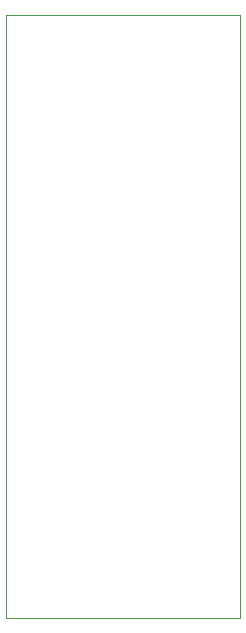
<source format=gbr>
G04 #@! TF.GenerationSoftware,KiCad,Pcbnew,(5.1.2)-1*
G04 #@! TF.CreationDate,2020-03-13T04:35:35-04:00*
G04 #@! TF.ProjectId,6502-65816,36353032-2d36-4353-9831-362e6b696361,rev?*
G04 #@! TF.SameCoordinates,Original*
G04 #@! TF.FileFunction,Profile,NP*
%FSLAX46Y46*%
G04 Gerber Fmt 4.6, Leading zero omitted, Abs format (unit mm)*
G04 Created by KiCad (PCBNEW (5.1.2)-1) date 2020-03-13 04:35:35*
%MOMM*%
%LPD*%
G04 APERTURE LIST*
%ADD10C,0.010000*%
G04 APERTURE END LIST*
D10*
X77724000Y-49276000D02*
X77724000Y-100330000D01*
X97536000Y-100330000D02*
X77724000Y-100330000D01*
X97536000Y-49276000D02*
X97536000Y-100330000D01*
X77724000Y-49276000D02*
X97536000Y-49276000D01*
M02*

</source>
